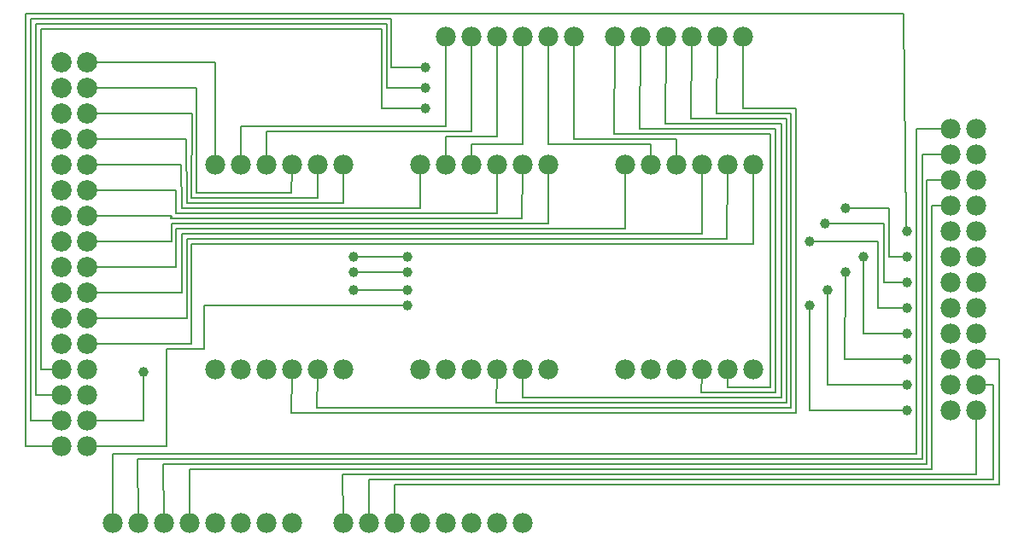
<source format=gbl>
G04 MADE WITH FRITZING*
G04 WWW.FRITZING.ORG*
G04 DOUBLE SIDED*
G04 HOLES PLATED*
G04 CONTOUR ON CENTER OF CONTOUR VECTOR*
%ASAXBY*%
%FSLAX23Y23*%
%MOIN*%
%OFA0B0*%
%SFA1.0B1.0*%
%ADD10C,0.070866*%
%ADD11C,0.078000*%
%ADD12C,0.039370*%
%ADD13C,0.079370*%
%ADD14C,0.008000*%
%LNCOPPER0*%
G90*
G70*
G54D10*
X3763Y935D03*
X3763Y835D03*
X3663Y835D03*
X3763Y735D03*
X3663Y635D03*
X3763Y635D03*
X3663Y735D03*
X3763Y535D03*
X3663Y535D03*
X3763Y1335D03*
X3663Y1135D03*
X3663Y935D03*
X3763Y1235D03*
X3763Y1135D03*
X3663Y1335D03*
X3763Y1035D03*
X3663Y1035D03*
X3663Y1235D03*
X3663Y1435D03*
X3763Y1635D03*
X3663Y1635D03*
X3663Y1535D03*
X3763Y1535D03*
G54D11*
X2893Y695D03*
X2793Y695D03*
X2693Y695D03*
X2593Y695D03*
X2493Y695D03*
X2393Y695D03*
G54D12*
X1613Y1795D03*
G54D11*
X2093Y695D03*
X1993Y695D03*
X1893Y695D03*
X1793Y695D03*
X1693Y695D03*
X1593Y695D03*
G54D10*
X193Y1495D03*
X193Y495D03*
X1893Y695D03*
X993Y95D03*
X1193Y695D03*
X293Y1395D03*
X1293Y95D03*
X1593Y1495D03*
G54D11*
X1293Y1495D03*
X1193Y1495D03*
X1093Y1495D03*
X993Y1495D03*
X893Y1495D03*
X793Y1495D03*
G54D10*
X193Y395D03*
X1493Y95D03*
G54D12*
X1543Y1005D03*
G54D10*
X2493Y1495D03*
G54D11*
X3763Y1635D03*
X3763Y1535D03*
X3763Y1435D03*
X3763Y1335D03*
X3763Y1235D03*
X3763Y1135D03*
X3763Y1035D03*
X3763Y935D03*
X3763Y835D03*
X3763Y735D03*
X3763Y635D03*
X3763Y535D03*
X3763Y1635D03*
X3763Y1535D03*
X3763Y1435D03*
X3763Y1335D03*
X3763Y1235D03*
X3763Y1135D03*
X3763Y1035D03*
X3763Y935D03*
X3763Y835D03*
X3763Y735D03*
X3763Y635D03*
X3763Y535D03*
X3663Y535D03*
X3663Y635D03*
X3663Y735D03*
X3663Y835D03*
X3663Y935D03*
X3663Y1035D03*
X3663Y1135D03*
X3663Y1235D03*
X3663Y1335D03*
X3663Y1435D03*
X3663Y1535D03*
X3663Y1635D03*
X3763Y1635D03*
X3763Y1535D03*
X3763Y1435D03*
X3763Y1335D03*
X3763Y1235D03*
X3763Y1135D03*
X3763Y1035D03*
X3763Y935D03*
X3763Y835D03*
X3763Y735D03*
X3763Y635D03*
X3763Y535D03*
X3763Y1635D03*
X3763Y1535D03*
X3763Y1435D03*
X3763Y1335D03*
X3763Y1235D03*
X3763Y1135D03*
X3763Y1035D03*
X3763Y935D03*
X3763Y835D03*
X3763Y735D03*
X3763Y635D03*
X3763Y535D03*
X3663Y535D03*
X3663Y635D03*
X3663Y735D03*
X3663Y835D03*
X3663Y935D03*
X3663Y1035D03*
X3663Y1135D03*
X3663Y1235D03*
X3663Y1335D03*
X3663Y1435D03*
X3663Y1535D03*
X3663Y1635D03*
G54D10*
X193Y1295D03*
X1993Y1995D03*
G54D11*
X293Y695D03*
X293Y595D03*
X293Y495D03*
X293Y395D03*
X293Y695D03*
X293Y595D03*
X293Y495D03*
X293Y395D03*
X193Y395D03*
X193Y495D03*
X193Y595D03*
X193Y695D03*
X293Y695D03*
X293Y595D03*
X293Y495D03*
X293Y395D03*
X293Y695D03*
X293Y595D03*
X293Y495D03*
X293Y395D03*
X193Y395D03*
X193Y495D03*
X193Y595D03*
X193Y695D03*
G54D10*
X2493Y695D03*
G54D11*
X2893Y1495D03*
X2793Y1495D03*
X2693Y1495D03*
X2593Y1495D03*
X2493Y1495D03*
X2393Y1495D03*
G54D10*
X1693Y95D03*
X293Y595D03*
X893Y95D03*
G54D12*
X3493Y1035D03*
G54D10*
X193Y1695D03*
X1893Y1495D03*
X793Y695D03*
X293Y1495D03*
X293Y695D03*
G54D12*
X1543Y945D03*
G54D10*
X2853Y1995D03*
G54D12*
X3323Y1135D03*
G54D10*
X293Y1095D03*
X1893Y1995D03*
G54D12*
X1333Y1075D03*
G54D10*
X2793Y1495D03*
X2453Y1995D03*
G54D12*
X3493Y1235D03*
G54D10*
X193Y795D03*
G54D12*
X1613Y1875D03*
G54D11*
X1293Y695D03*
X1193Y695D03*
X1093Y695D03*
X993Y695D03*
X893Y695D03*
X793Y695D03*
G54D10*
X793Y1495D03*
X2893Y695D03*
X1793Y95D03*
X1693Y1495D03*
X193Y1595D03*
G54D12*
X3253Y1325D03*
G54D10*
X693Y95D03*
X2553Y1995D03*
G54D12*
X513Y685D03*
X3493Y935D03*
G54D10*
X293Y1595D03*
X193Y695D03*
X1993Y1495D03*
X2393Y1495D03*
X793Y95D03*
X1093Y95D03*
G54D11*
X2093Y1495D03*
X1993Y1495D03*
X1893Y1495D03*
X1793Y1495D03*
X1693Y1495D03*
X1593Y1495D03*
G54D10*
X193Y1095D03*
X2593Y695D03*
X993Y1495D03*
G54D12*
X3113Y1195D03*
G54D10*
X2093Y1995D03*
X293Y1795D03*
X993Y695D03*
X1693Y1995D03*
G54D12*
X3173Y1265D03*
G54D11*
X2353Y1995D03*
X2453Y1995D03*
X2553Y1995D03*
X2653Y1995D03*
X2753Y1995D03*
X2853Y1995D03*
G54D10*
X2693Y695D03*
X2193Y1995D03*
X293Y995D03*
X193Y1895D03*
X393Y95D03*
X193Y595D03*
X2793Y695D03*
X3763Y1435D03*
G54D11*
X1093Y95D03*
X993Y95D03*
X893Y95D03*
X793Y95D03*
X693Y95D03*
X593Y95D03*
X493Y95D03*
X393Y95D03*
X1093Y95D03*
X993Y95D03*
X893Y95D03*
X793Y95D03*
X693Y95D03*
X593Y95D03*
X493Y95D03*
X393Y95D03*
G54D10*
X2393Y695D03*
G54D12*
X1543Y1075D03*
G54D10*
X293Y1695D03*
X1393Y95D03*
X293Y795D03*
G54D11*
X1693Y1995D03*
X1793Y1995D03*
X1893Y1995D03*
X1993Y1995D03*
X2093Y1995D03*
X2193Y1995D03*
G54D10*
X593Y95D03*
X1793Y1995D03*
G54D12*
X3493Y1135D03*
X3493Y835D03*
G54D10*
X293Y1295D03*
X1193Y1495D03*
X2893Y1495D03*
X293Y1195D03*
X1793Y695D03*
G54D12*
X1543Y1135D03*
G54D11*
X1993Y95D03*
X1893Y95D03*
X1793Y95D03*
X1693Y95D03*
X1593Y95D03*
X1493Y95D03*
X1393Y95D03*
X1293Y95D03*
X1993Y95D03*
X1893Y95D03*
X1793Y95D03*
X1693Y95D03*
X1593Y95D03*
X1493Y95D03*
X1393Y95D03*
X1293Y95D03*
G54D10*
X293Y395D03*
X1093Y1495D03*
X193Y895D03*
X1693Y695D03*
G54D12*
X1333Y1005D03*
G54D10*
X1593Y95D03*
X1893Y95D03*
G54D12*
X3253Y1075D03*
G54D10*
X2593Y1495D03*
G54D12*
X3493Y535D03*
X1613Y1715D03*
G54D10*
X1793Y1495D03*
X2093Y1495D03*
X193Y1195D03*
X1293Y1495D03*
X293Y495D03*
X1993Y95D03*
G54D12*
X3183Y1005D03*
G54D10*
X1593Y695D03*
X2693Y1495D03*
X293Y895D03*
X2653Y1995D03*
G54D13*
X293Y1895D03*
X293Y1795D03*
X293Y1695D03*
X293Y1595D03*
X293Y1495D03*
X293Y1395D03*
X293Y1295D03*
X293Y1195D03*
X293Y1095D03*
X293Y995D03*
X293Y895D03*
X293Y795D03*
X293Y1895D03*
X293Y1795D03*
X293Y1695D03*
X293Y1595D03*
X293Y1495D03*
X293Y1395D03*
X293Y1295D03*
X293Y1195D03*
X293Y1095D03*
X293Y995D03*
X293Y895D03*
X293Y795D03*
X193Y795D03*
X193Y895D03*
X193Y995D03*
X193Y1095D03*
X193Y1195D03*
X193Y1295D03*
X193Y1395D03*
X193Y1495D03*
X193Y1595D03*
X193Y1695D03*
X193Y1795D03*
X193Y1895D03*
X293Y1895D03*
X293Y1795D03*
X293Y1695D03*
X293Y1595D03*
X293Y1495D03*
X293Y1395D03*
X293Y1295D03*
X293Y1195D03*
X293Y1095D03*
X293Y995D03*
X293Y895D03*
X293Y795D03*
X293Y1895D03*
X293Y1795D03*
X293Y1695D03*
X293Y1595D03*
X293Y1495D03*
X293Y1395D03*
X293Y1295D03*
X293Y1195D03*
X293Y1095D03*
X293Y995D03*
X293Y895D03*
X293Y795D03*
X193Y795D03*
X193Y895D03*
X193Y995D03*
X193Y1095D03*
X193Y1195D03*
X193Y1295D03*
X193Y1395D03*
X193Y1495D03*
X193Y1595D03*
X193Y1695D03*
X193Y1795D03*
X193Y1895D03*
G54D12*
X1333Y1135D03*
G54D10*
X493Y95D03*
X193Y1795D03*
X1093Y695D03*
X193Y1395D03*
X293Y1895D03*
X2753Y1995D03*
G54D12*
X3493Y635D03*
G54D10*
X893Y695D03*
G54D12*
X3493Y735D03*
G54D10*
X1293Y695D03*
X1993Y695D03*
X893Y1495D03*
G54D12*
X3113Y945D03*
G54D10*
X193Y995D03*
X2353Y1995D03*
X2093Y695D03*
G54D14*
X603Y775D02*
X752Y775D01*
D02*
X2793Y625D02*
X2962Y625D01*
D02*
X722Y1795D02*
X318Y1795D01*
D02*
X603Y395D02*
X603Y775D01*
D02*
X1463Y1795D02*
X1463Y2045D01*
D02*
X3592Y1335D02*
X3592Y305D01*
D02*
X622Y1285D02*
X623Y1295D01*
D02*
X2962Y1615D02*
X2352Y1615D01*
D02*
X683Y1345D02*
X682Y1595D01*
D02*
X2593Y1520D02*
X2593Y1595D01*
D02*
X3113Y535D02*
X3479Y535D01*
D02*
X1293Y1470D02*
X1293Y1345D01*
D02*
X993Y1520D02*
X993Y1625D01*
D02*
X3553Y1535D02*
X3553Y345D01*
D02*
X1893Y1305D02*
X642Y1305D01*
D02*
X752Y945D02*
X1529Y945D01*
D02*
X1092Y1386D02*
X722Y1386D01*
D02*
X2982Y1635D02*
X2452Y1635D01*
D02*
X3253Y1062D02*
X3252Y735D01*
D02*
X93Y594D02*
X168Y595D01*
D02*
X3382Y936D02*
X3479Y935D01*
D02*
X3787Y635D02*
X3832Y635D01*
D02*
X1892Y565D02*
X3023Y565D01*
D02*
X3423Y1135D02*
X3479Y1135D01*
D02*
X513Y495D02*
X513Y672D01*
D02*
X3787Y735D02*
X3853Y734D01*
D02*
X1893Y670D02*
X1892Y565D01*
D02*
X1482Y1875D02*
X1482Y2065D01*
D02*
X393Y120D02*
X393Y365D01*
D02*
X702Y795D02*
X702Y1185D01*
D02*
X1599Y1795D02*
X1463Y1795D01*
D02*
X1292Y285D02*
X1293Y120D01*
D02*
X1993Y670D02*
X1993Y585D01*
D02*
X3763Y510D02*
X3763Y285D01*
D02*
X1893Y1605D02*
X1893Y1970D01*
D02*
X3186Y1265D02*
X3403Y1265D01*
D02*
X793Y1895D02*
X318Y1895D01*
D02*
X3183Y635D02*
X3479Y635D01*
D02*
X3252Y735D02*
X3479Y735D01*
D02*
X2982Y605D02*
X2982Y1635D01*
D02*
X3763Y285D02*
X1292Y285D01*
D02*
X623Y1195D02*
X318Y1195D01*
D02*
X663Y1225D02*
X663Y995D01*
D02*
X662Y1495D02*
X318Y1495D01*
D02*
X702Y1185D02*
X2893Y1185D01*
D02*
X623Y1295D02*
X318Y1295D01*
D02*
X623Y1265D02*
X623Y1195D01*
D02*
X1993Y585D02*
X3003Y585D01*
D02*
X3403Y1035D02*
X3479Y1035D01*
D02*
X73Y495D02*
X168Y495D01*
D02*
X2352Y1615D02*
X2353Y1970D01*
D02*
X3638Y1335D02*
X3592Y1335D01*
D02*
X3532Y1635D02*
X3638Y1635D01*
D02*
X2793Y1470D02*
X2792Y1205D01*
D02*
X1463Y2045D02*
X93Y2045D01*
D02*
X53Y2084D02*
X3482Y2085D01*
D02*
X2693Y670D02*
X2692Y605D01*
D02*
X1793Y1625D02*
X1793Y1970D01*
D02*
X752Y775D02*
X752Y945D01*
D02*
X2593Y1595D02*
X2193Y1595D01*
D02*
X1993Y1470D02*
X1992Y1285D01*
D02*
X702Y1365D02*
X703Y1695D01*
D02*
X3832Y264D02*
X1393Y265D01*
D02*
X3062Y525D02*
X3062Y1715D01*
D02*
X3323Y1122D02*
X3323Y835D01*
D02*
X168Y395D02*
X53Y395D01*
D02*
X1346Y1135D02*
X1529Y1135D01*
D02*
X2393Y1470D02*
X2393Y1245D01*
D02*
X1193Y1470D02*
X1193Y1365D01*
D02*
X1993Y1575D02*
X1993Y1970D01*
D02*
X1599Y1875D02*
X1482Y1875D01*
D02*
X2552Y1655D02*
X2553Y1970D01*
D02*
X3042Y1695D02*
X2752Y1695D01*
D02*
X2093Y1470D02*
X2093Y1265D01*
D02*
X2652Y1675D02*
X2653Y1970D01*
D02*
X663Y995D02*
X318Y995D01*
D02*
X53Y395D02*
X53Y2084D01*
D02*
X3592Y305D02*
X693Y305D01*
D02*
X1346Y1075D02*
X1529Y1075D01*
D02*
X2093Y1265D02*
X623Y1265D01*
D02*
X393Y365D02*
X3532Y365D01*
D02*
X1443Y1715D02*
X1443Y2025D01*
D02*
X2093Y1575D02*
X2093Y1970D01*
D02*
X1393Y265D02*
X1393Y120D01*
D02*
X1193Y1365D02*
X702Y1365D01*
D02*
X1193Y670D02*
X1192Y545D01*
D02*
X1593Y1470D02*
X1593Y1325D01*
D02*
X2752Y1695D02*
X2753Y1970D01*
D02*
X2792Y1205D02*
X683Y1205D01*
D02*
X993Y1625D02*
X1793Y1625D01*
D02*
X317Y495D02*
X513Y495D01*
D02*
X3553Y345D02*
X492Y345D01*
D02*
X1893Y1470D02*
X1893Y1305D01*
D02*
X593Y120D02*
X592Y325D01*
D02*
X3266Y1325D02*
X3423Y1325D01*
D02*
X2962Y625D02*
X2962Y1615D01*
D02*
X793Y1520D02*
X793Y1895D01*
D02*
X703Y1695D02*
X318Y1695D01*
D02*
X3638Y1535D02*
X3553Y1535D01*
D02*
X1443Y2025D02*
X113Y2025D01*
D02*
X113Y2025D02*
X113Y696D01*
D02*
X683Y1205D02*
X683Y895D01*
D02*
X3382Y1194D02*
X3382Y936D01*
D02*
X1693Y1605D02*
X1893Y1605D01*
D02*
X893Y1520D02*
X893Y1645D01*
D02*
X3572Y1436D02*
X3638Y1435D01*
D02*
X893Y1645D02*
X1693Y1645D01*
D02*
X1493Y245D02*
X1493Y120D01*
D02*
X3572Y324D02*
X3572Y1436D01*
D02*
X2693Y1225D02*
X663Y1225D01*
D02*
X3003Y1655D02*
X2552Y1655D01*
D02*
X3323Y835D02*
X3479Y835D01*
D02*
X1793Y1520D02*
X1793Y1575D01*
D02*
X642Y1095D02*
X318Y1095D01*
D02*
X318Y795D02*
X702Y795D01*
D02*
X3832Y635D02*
X3832Y264D01*
D02*
X3003Y585D02*
X3003Y1655D01*
D02*
X1593Y1325D02*
X663Y1325D01*
D02*
X3423Y1325D02*
X3423Y1135D01*
D02*
X3023Y1675D02*
X2652Y1675D01*
D02*
X2493Y1520D02*
X2493Y1575D01*
D02*
X93Y2045D02*
X93Y594D01*
D02*
X3062Y1715D02*
X2853Y1715D01*
D02*
X3183Y992D02*
X3183Y635D01*
D02*
X722Y1386D02*
X722Y1795D01*
D02*
X1693Y1520D02*
X1693Y1605D01*
D02*
X3042Y545D02*
X3042Y1695D01*
D02*
X1092Y525D02*
X3062Y525D01*
D02*
X1599Y1715D02*
X1443Y1715D01*
D02*
X1793Y1575D02*
X1993Y1575D01*
D02*
X317Y395D02*
X603Y395D01*
D02*
X693Y305D02*
X693Y120D01*
D02*
X2452Y1635D02*
X2453Y1970D01*
D02*
X113Y696D02*
X168Y695D01*
D02*
X1992Y1285D02*
X622Y1285D01*
D02*
X3126Y1195D02*
X3382Y1194D01*
D02*
X2893Y1185D02*
X2893Y1470D01*
D02*
X1346Y1005D02*
X1529Y1005D01*
D02*
X3853Y734D02*
X3853Y245D01*
D02*
X2692Y605D02*
X2982Y605D01*
D02*
X663Y1325D02*
X662Y1495D01*
D02*
X683Y895D02*
X318Y895D01*
D02*
X3403Y1265D02*
X3403Y1035D01*
D02*
X1192Y545D02*
X3042Y545D01*
D02*
X2493Y1575D02*
X2093Y1575D01*
D02*
X1482Y2065D02*
X73Y2065D01*
D02*
X3023Y565D02*
X3023Y1675D01*
D02*
X642Y1245D02*
X642Y1095D01*
D02*
X1693Y1645D02*
X1693Y1970D01*
D02*
X642Y1395D02*
X318Y1395D01*
D02*
X3532Y365D02*
X3532Y1635D01*
D02*
X3113Y932D02*
X3113Y535D01*
D02*
X682Y1595D02*
X318Y1595D01*
D02*
X642Y1305D02*
X642Y1395D01*
D02*
X3482Y2085D02*
X3492Y1248D01*
D02*
X1093Y1470D02*
X1092Y1386D01*
D02*
X2853Y1715D02*
X2853Y1970D01*
D02*
X2393Y1245D02*
X642Y1245D01*
D02*
X2193Y1595D02*
X2193Y1970D01*
D02*
X1293Y1345D02*
X683Y1345D01*
D02*
X2693Y1470D02*
X2693Y1225D01*
D02*
X3853Y245D02*
X1493Y245D01*
D02*
X1093Y670D02*
X1092Y525D01*
D02*
X73Y2065D02*
X73Y495D01*
D02*
X492Y345D02*
X493Y120D01*
D02*
X2793Y670D02*
X2793Y625D01*
D02*
X592Y325D02*
X3572Y324D01*
G04 End of Copper0*
M02*
</source>
